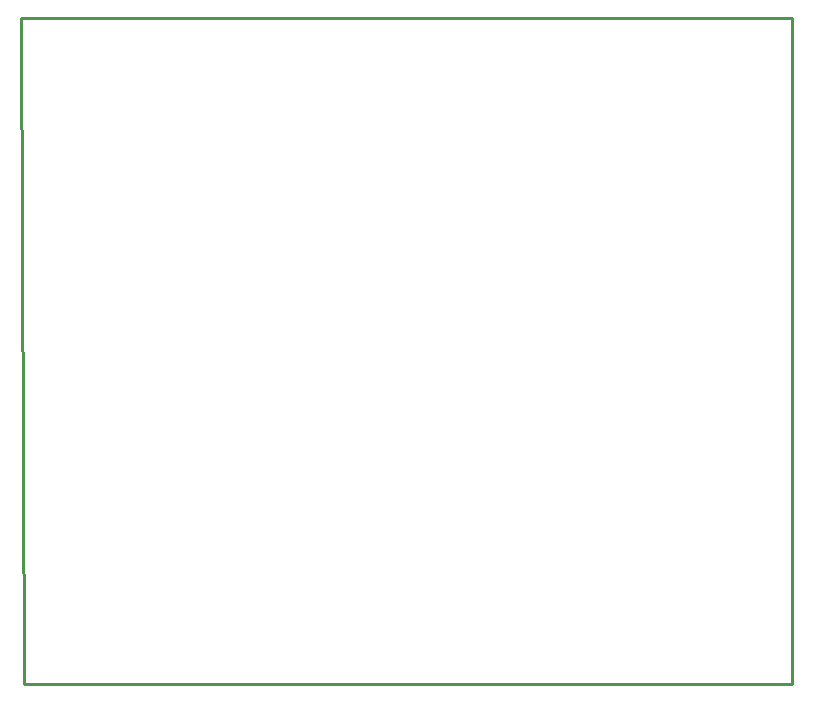
<source format=gko>
G04 ---------------------------- Layer name :KeepOutLayer*
G04 Sat, 24 Nov 2018 04:00:05 GMT*
G04 67e7144068ef4060983f5ba8a8309223*
G04 Gerber Generator version 0.2*
G04 Scale: 100 percent, Rotated: No, Reflected: No *
G04 Dimensions in inches *
G04 leading zeros omitted , absolute positions ,2 integer and 4 decimal *
%FSLAX24Y24*%
%MOIN*%
G90*
G70D02*

%ADD10C,0.010000*%

G04 ---------------------------- Boardoutline Start*
G54D10*
G01X0Y22200D02*
G01X0Y22200D01*
G01X13100Y22200D01*
G01X25700Y22200D01*
G01X25700Y16500D01*
G01X25700Y10900D01*
G01X25700Y0D01*
G01X100Y0D01*
G01X0Y22200D01*

G04 ---------------------------- Boardoutline End*

G04 ---------------------------- copperAreaA Start*

G04 ---------------------------- copperAreaA End*

G04 ---------------------------- planeZoneA Start*

G04 ---------------------------- planeZoneA End*

G04 ---------------------------- Positive polarity*

%LPD*%

G04 ---------------------------- track start*

G04 ---------------------------- track end*

G04 ---------------------------- text start*

G04 ---------------------------- text end*

G04 ---------------------------- protractor start*

G04 ---------------------------- protractor end*

G04 ---------------------------- PAD Start*

G04 ---------------------------- PAD End*

G04 ---------------------------- ARC Start*

G04 ---------------------------- ARC End*

G04 ---------------------------- CIRCLE Start*

G04 ---------------------------- CIRCLE End*

G04 ---------------------------- RECT Start*

G04 ---------------------------- RECT End*

G04 ---------------------------- SOLIDREGION Start*

G04 ---------------------------- SOLIDREGION End*

G04 ---------------------------- ALL layer Pad Via Start*

G04 ---------------------------- ALL layer Pad Via End*
M00*
M02*

</source>
